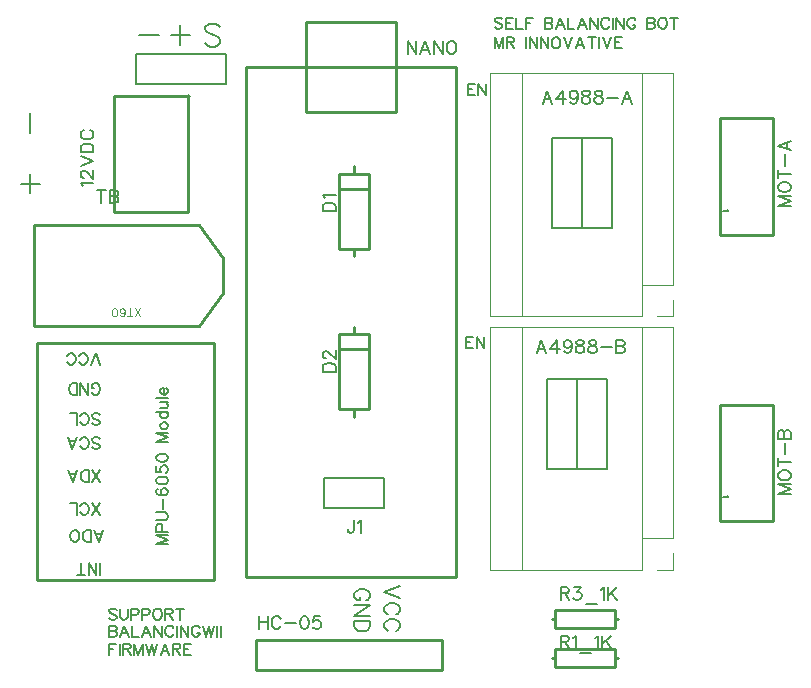
<source format=gto>
G04 Layer: TopSilkscreenLayer*
G04 EasyEDA v6.5.38, 2023-12-09 00:29:23*
G04 cc5c81a3f0414725bc0bd174f0517b54,10*
G04 Gerber Generator version 0.2*
G04 Scale: 100 percent, Rotated: No, Reflected: No *
G04 Dimensions in millimeters *
G04 leading zeros omitted , absolute positions ,4 integer and 5 decimal *
%FSLAX45Y45*%
%MOMM*%

%ADD10C,0.2032*%
%ADD11C,0.1524*%
%ADD12C,0.1000*%
%ADD13C,0.1778*%
%ADD14C,0.2540*%
%ADD15C,0.1200*%
%ADD16C,0.2030*%
%ADD17C,0.0161*%

%LPD*%
D10*
X121157Y4355337D02*
G01*
X121157Y4189221D01*
X38100Y4272279D02*
G01*
X204470Y4272279D01*
X121920Y4699000D02*
G01*
X121920Y4865370D01*
X711200Y2737865D02*
G01*
X673862Y2836163D01*
X636270Y2737865D02*
G01*
X673862Y2836163D01*
X535178Y2761234D02*
G01*
X539750Y2751836D01*
X549147Y2742437D01*
X558545Y2737865D01*
X577342Y2737865D01*
X586739Y2742437D01*
X596137Y2751836D01*
X600710Y2761234D01*
X605281Y2775204D01*
X605281Y2798571D01*
X600710Y2812795D01*
X596137Y2822194D01*
X586739Y2831337D01*
X577342Y2836163D01*
X558545Y2836163D01*
X549147Y2831337D01*
X539750Y2822194D01*
X535178Y2812795D01*
X434086Y2761234D02*
G01*
X438657Y2751836D01*
X448055Y2742437D01*
X457454Y2737865D01*
X476250Y2737865D01*
X485647Y2742437D01*
X494792Y2751836D01*
X499618Y2761234D01*
X504189Y2775204D01*
X504189Y2798571D01*
X499618Y2812795D01*
X494792Y2822194D01*
X485647Y2831337D01*
X476250Y2836163D01*
X457454Y2836163D01*
X448055Y2831337D01*
X438657Y2822194D01*
X434086Y2812795D01*
X641095Y2507234D02*
G01*
X645668Y2497836D01*
X655065Y2488437D01*
X664463Y2483865D01*
X683005Y2483865D01*
X692404Y2488437D01*
X701802Y2497836D01*
X706628Y2507234D01*
X711200Y2521204D01*
X711200Y2544571D01*
X706628Y2558795D01*
X701802Y2568194D01*
X692404Y2577337D01*
X683005Y2582163D01*
X664463Y2582163D01*
X655065Y2577337D01*
X645668Y2568194D01*
X641095Y2558795D01*
X641095Y2544571D01*
X664463Y2544571D02*
G01*
X641095Y2544571D01*
X610107Y2483865D02*
G01*
X610107Y2582163D01*
X610107Y2483865D02*
G01*
X544576Y2582163D01*
X544576Y2483865D02*
G01*
X544576Y2582163D01*
X513587Y2483865D02*
G01*
X513587Y2582163D01*
X513587Y2483865D02*
G01*
X480821Y2483865D01*
X466852Y2488437D01*
X457454Y2497836D01*
X452881Y2507234D01*
X448055Y2521204D01*
X448055Y2544571D01*
X452881Y2558795D01*
X457454Y2568194D01*
X466852Y2577337D01*
X480821Y2582163D01*
X513587Y2582163D01*
X645668Y2243836D02*
G01*
X655065Y2234437D01*
X669036Y2229865D01*
X687831Y2229865D01*
X701802Y2234437D01*
X711200Y2243836D01*
X711200Y2253234D01*
X706628Y2262631D01*
X701802Y2267204D01*
X692404Y2272029D01*
X664463Y2281428D01*
X655065Y2286000D01*
X650239Y2290571D01*
X645668Y2299970D01*
X645668Y2314194D01*
X655065Y2323337D01*
X669036Y2328163D01*
X687831Y2328163D01*
X701802Y2323337D01*
X711200Y2314194D01*
X544576Y2253234D02*
G01*
X549147Y2243836D01*
X558545Y2234437D01*
X567944Y2229865D01*
X586739Y2229865D01*
X596137Y2234437D01*
X605281Y2243836D01*
X610107Y2253234D01*
X614679Y2267204D01*
X614679Y2290571D01*
X610107Y2304795D01*
X605281Y2314194D01*
X596137Y2323337D01*
X586739Y2328163D01*
X567944Y2328163D01*
X558545Y2323337D01*
X549147Y2314194D01*
X544576Y2304795D01*
X513587Y2229865D02*
G01*
X513587Y2328163D01*
X513587Y2328163D02*
G01*
X457454Y2328163D01*
X645668Y2040636D02*
G01*
X655065Y2031237D01*
X669036Y2026665D01*
X687831Y2026665D01*
X701802Y2031237D01*
X711200Y2040636D01*
X711200Y2050034D01*
X706628Y2059431D01*
X701802Y2064004D01*
X692404Y2068829D01*
X664463Y2078228D01*
X655065Y2082800D01*
X650239Y2087371D01*
X645668Y2096770D01*
X645668Y2110994D01*
X655065Y2120137D01*
X669036Y2124963D01*
X687831Y2124963D01*
X701802Y2120137D01*
X711200Y2110994D01*
X544576Y2050034D02*
G01*
X549147Y2040636D01*
X558545Y2031237D01*
X567944Y2026665D01*
X586739Y2026665D01*
X596137Y2031237D01*
X605281Y2040636D01*
X610107Y2050034D01*
X614679Y2064004D01*
X614679Y2087371D01*
X610107Y2101595D01*
X605281Y2110994D01*
X596137Y2120137D01*
X586739Y2124963D01*
X567944Y2124963D01*
X558545Y2120137D01*
X549147Y2110994D01*
X544576Y2101595D01*
X476250Y2026665D02*
G01*
X513587Y2124963D01*
X476250Y2026665D02*
G01*
X438657Y2124963D01*
X499618Y2092197D02*
G01*
X452881Y2092197D01*
X711200Y1747265D02*
G01*
X645668Y1845563D01*
X645668Y1747265D02*
G01*
X711200Y1845563D01*
X614679Y1747265D02*
G01*
X614679Y1845563D01*
X614679Y1747265D02*
G01*
X581913Y1747265D01*
X567944Y1751837D01*
X558545Y1761236D01*
X553973Y1770634D01*
X549147Y1784604D01*
X549147Y1807971D01*
X553973Y1822195D01*
X558545Y1831594D01*
X567944Y1840737D01*
X581913Y1845563D01*
X614679Y1845563D01*
X480821Y1747265D02*
G01*
X518413Y1845563D01*
X480821Y1747265D02*
G01*
X443484Y1845563D01*
X504189Y1812797D02*
G01*
X457454Y1812797D01*
X711200Y1467865D02*
G01*
X645668Y1566163D01*
X645668Y1467865D02*
G01*
X711200Y1566163D01*
X544576Y1491234D02*
G01*
X549147Y1481836D01*
X558545Y1472437D01*
X567944Y1467865D01*
X586739Y1467865D01*
X596137Y1472437D01*
X605281Y1481836D01*
X610107Y1491234D01*
X614679Y1505204D01*
X614679Y1528571D01*
X610107Y1542795D01*
X605281Y1552194D01*
X596137Y1561337D01*
X586739Y1566163D01*
X567944Y1566163D01*
X558545Y1561337D01*
X549147Y1552194D01*
X544576Y1542795D01*
X513587Y1467865D02*
G01*
X513587Y1566163D01*
X513587Y1566163D02*
G01*
X457454Y1566163D01*
X699262Y1239265D02*
G01*
X736600Y1337563D01*
X699262Y1239265D02*
G01*
X661670Y1337563D01*
X722629Y1304797D02*
G01*
X675639Y1304797D01*
X630681Y1239265D02*
G01*
X630681Y1337563D01*
X630681Y1239265D02*
G01*
X597915Y1239265D01*
X583945Y1243837D01*
X574547Y1253236D01*
X569976Y1262634D01*
X565150Y1276604D01*
X565150Y1299971D01*
X569976Y1314195D01*
X574547Y1323594D01*
X583945Y1332737D01*
X597915Y1337563D01*
X630681Y1337563D01*
X506221Y1239265D02*
G01*
X515620Y1243837D01*
X525018Y1253236D01*
X529589Y1262634D01*
X534415Y1276604D01*
X534415Y1299971D01*
X529589Y1314195D01*
X525018Y1323594D01*
X515620Y1332737D01*
X506221Y1337563D01*
X487426Y1337563D01*
X478281Y1332737D01*
X468884Y1323594D01*
X464057Y1314195D01*
X459486Y1299971D01*
X459486Y1276604D01*
X464057Y1262634D01*
X468884Y1253236D01*
X478281Y1243837D01*
X487426Y1239265D01*
X506221Y1239265D01*
X711200Y959865D02*
G01*
X711200Y1058163D01*
X680212Y959865D02*
G01*
X680212Y1058163D01*
X680212Y959865D02*
G01*
X614679Y1058163D01*
X614679Y959865D02*
G01*
X614679Y1058163D01*
X551179Y959865D02*
G01*
X551179Y1058163D01*
X583945Y959865D02*
G01*
X518413Y959865D01*
X1188465Y1219200D02*
G01*
X1286763Y1219200D01*
X1188465Y1219200D02*
G01*
X1286763Y1256537D01*
X1188465Y1294129D02*
G01*
X1286763Y1256537D01*
X1188465Y1294129D02*
G01*
X1286763Y1294129D01*
X1188465Y1325118D02*
G01*
X1286763Y1325118D01*
X1188465Y1325118D02*
G01*
X1188465Y1367028D01*
X1193037Y1381252D01*
X1197863Y1385823D01*
X1207262Y1390650D01*
X1221231Y1390650D01*
X1230629Y1385823D01*
X1235202Y1381252D01*
X1240028Y1367028D01*
X1240028Y1325118D01*
X1188465Y1421384D02*
G01*
X1258570Y1421384D01*
X1272794Y1426210D01*
X1281937Y1435607D01*
X1286763Y1449578D01*
X1286763Y1458976D01*
X1281937Y1472945D01*
X1272794Y1482344D01*
X1258570Y1486915D01*
X1188465Y1486915D01*
X1244600Y1517904D02*
G01*
X1244600Y1602231D01*
X1202436Y1689354D02*
G01*
X1193037Y1684528D01*
X1188465Y1670557D01*
X1188465Y1661160D01*
X1193037Y1647189D01*
X1207262Y1637792D01*
X1230629Y1632965D01*
X1253997Y1632965D01*
X1272794Y1637792D01*
X1281937Y1647189D01*
X1286763Y1661160D01*
X1286763Y1665731D01*
X1281937Y1679955D01*
X1272794Y1689354D01*
X1258570Y1693926D01*
X1253997Y1693926D01*
X1240028Y1689354D01*
X1230629Y1679955D01*
X1225804Y1665731D01*
X1225804Y1661160D01*
X1230629Y1647189D01*
X1240028Y1637792D01*
X1253997Y1632965D01*
X1188465Y1752854D02*
G01*
X1193037Y1738884D01*
X1207262Y1729486D01*
X1230629Y1724913D01*
X1244600Y1724913D01*
X1267968Y1729486D01*
X1281937Y1738884D01*
X1286763Y1752854D01*
X1286763Y1762252D01*
X1281937Y1776221D01*
X1267968Y1785620D01*
X1244600Y1790445D01*
X1230629Y1790445D01*
X1207262Y1785620D01*
X1193037Y1776221D01*
X1188465Y1762252D01*
X1188465Y1752854D01*
X1188465Y1877568D02*
G01*
X1188465Y1830578D01*
X1230629Y1826005D01*
X1225804Y1830578D01*
X1221231Y1844802D01*
X1221231Y1858771D01*
X1225804Y1872742D01*
X1235202Y1882139D01*
X1249171Y1886712D01*
X1258570Y1886712D01*
X1272794Y1882139D01*
X1281937Y1872742D01*
X1286763Y1858771D01*
X1286763Y1844802D01*
X1281937Y1830578D01*
X1277365Y1826005D01*
X1267968Y1821179D01*
X1188465Y1945894D02*
G01*
X1193037Y1931670D01*
X1207262Y1922526D01*
X1230629Y1917700D01*
X1244600Y1917700D01*
X1267968Y1922526D01*
X1281937Y1931670D01*
X1286763Y1945894D01*
X1286763Y1955292D01*
X1281937Y1969262D01*
X1267968Y1978660D01*
X1244600Y1983231D01*
X1230629Y1983231D01*
X1207262Y1978660D01*
X1193037Y1969262D01*
X1188465Y1955292D01*
X1188465Y1945894D01*
X1188465Y2086355D02*
G01*
X1286763Y2086355D01*
X1188465Y2086355D02*
G01*
X1286763Y2123694D01*
X1188465Y2161286D02*
G01*
X1286763Y2123694D01*
X1188465Y2161286D02*
G01*
X1286763Y2161286D01*
X1221231Y2215387D02*
G01*
X1225804Y2206244D01*
X1235202Y2196845D01*
X1249171Y2192020D01*
X1258570Y2192020D01*
X1272794Y2196845D01*
X1281937Y2206244D01*
X1286763Y2215387D01*
X1286763Y2229612D01*
X1281937Y2239010D01*
X1272794Y2248154D01*
X1258570Y2252979D01*
X1249171Y2252979D01*
X1235202Y2248154D01*
X1225804Y2239010D01*
X1221231Y2229612D01*
X1221231Y2215387D01*
X1188465Y2340102D02*
G01*
X1286763Y2340102D01*
X1235202Y2340102D02*
G01*
X1225804Y2330704D01*
X1221231Y2321305D01*
X1221231Y2307336D01*
X1225804Y2297937D01*
X1235202Y2288539D01*
X1249171Y2283968D01*
X1258570Y2283968D01*
X1272794Y2288539D01*
X1281937Y2297937D01*
X1286763Y2307336D01*
X1286763Y2321305D01*
X1281937Y2330704D01*
X1272794Y2340102D01*
X1221231Y2370836D02*
G01*
X1267968Y2370836D01*
X1281937Y2375662D01*
X1286763Y2385060D01*
X1286763Y2399029D01*
X1281937Y2408428D01*
X1267968Y2422397D01*
X1221231Y2422397D02*
G01*
X1286763Y2422397D01*
X1188465Y2453386D02*
G01*
X1286763Y2453386D01*
X1249171Y2484120D02*
G01*
X1249171Y2540507D01*
X1240028Y2540507D01*
X1230629Y2535681D01*
X1225804Y2531110D01*
X1221231Y2521712D01*
X1221231Y2507742D01*
X1225804Y2498344D01*
X1235202Y2488945D01*
X1249171Y2484120D01*
X1258570Y2484120D01*
X1272794Y2488945D01*
X1281937Y2498344D01*
X1286763Y2507742D01*
X1286763Y2521712D01*
X1281937Y2531110D01*
X1272794Y2540507D01*
X1391157Y5613400D02*
G01*
X1391157Y5447284D01*
X1308100Y5530342D02*
G01*
X1474470Y5530342D01*
X1041400Y5529579D02*
G01*
X1207770Y5529579D01*
X1729486Y5598411D02*
G01*
X1710944Y5616953D01*
X1683257Y5626097D01*
X1646428Y5626097D01*
X1618742Y5616953D01*
X1600200Y5598411D01*
X1600200Y5580123D01*
X1609344Y5561581D01*
X1618742Y5552183D01*
X1637029Y5543039D01*
X1692655Y5524497D01*
X1710944Y5515353D01*
X1720342Y5506209D01*
X1729486Y5487667D01*
X1729486Y5459981D01*
X1710944Y5441439D01*
X1683257Y5432295D01*
X1646428Y5432295D01*
X1618742Y5441439D01*
X1600200Y5459981D01*
X4115054Y5663184D02*
G01*
X4105909Y5672328D01*
X4092193Y5676900D01*
X4073906Y5676900D01*
X4060443Y5672328D01*
X4051300Y5663184D01*
X4051300Y5654039D01*
X4055872Y5644895D01*
X4060443Y5640578D01*
X4069588Y5636005D01*
X4096765Y5626862D01*
X4105909Y5622289D01*
X4110481Y5617718D01*
X4115054Y5608573D01*
X4115054Y5595112D01*
X4105909Y5585968D01*
X4092193Y5581395D01*
X4073906Y5581395D01*
X4060443Y5585968D01*
X4051300Y5595112D01*
X4145025Y5676900D02*
G01*
X4145025Y5581395D01*
X4145025Y5676900D02*
G01*
X4203954Y5676900D01*
X4145025Y5631434D02*
G01*
X4181347Y5631434D01*
X4145025Y5581395D02*
G01*
X4203954Y5581395D01*
X4233925Y5676900D02*
G01*
X4233925Y5581395D01*
X4233925Y5581395D02*
G01*
X4288536Y5581395D01*
X4318508Y5676900D02*
G01*
X4318508Y5581395D01*
X4318508Y5676900D02*
G01*
X4377690Y5676900D01*
X4318508Y5631434D02*
G01*
X4354829Y5631434D01*
X4477765Y5676900D02*
G01*
X4477765Y5581395D01*
X4477765Y5676900D02*
G01*
X4518659Y5676900D01*
X4532122Y5672328D01*
X4536693Y5667755D01*
X4541265Y5658612D01*
X4541265Y5649468D01*
X4536693Y5640578D01*
X4532122Y5636005D01*
X4518659Y5631434D01*
X4477765Y5631434D02*
G01*
X4518659Y5631434D01*
X4532122Y5626862D01*
X4536693Y5622289D01*
X4541265Y5613145D01*
X4541265Y5599684D01*
X4536693Y5590539D01*
X4532122Y5585968D01*
X4518659Y5581395D01*
X4477765Y5581395D01*
X4607559Y5676900D02*
G01*
X4571238Y5581395D01*
X4607559Y5676900D02*
G01*
X4644136Y5581395D01*
X4584954Y5613145D02*
G01*
X4630420Y5613145D01*
X4674108Y5676900D02*
G01*
X4674108Y5581395D01*
X4674108Y5581395D02*
G01*
X4728463Y5581395D01*
X4795011Y5676900D02*
G01*
X4758690Y5581395D01*
X4795011Y5676900D02*
G01*
X4831334Y5581395D01*
X4772152Y5613145D02*
G01*
X4817618Y5613145D01*
X4861306Y5676900D02*
G01*
X4861306Y5581395D01*
X4861306Y5676900D02*
G01*
X4925059Y5581395D01*
X4925059Y5676900D02*
G01*
X4925059Y5581395D01*
X5023104Y5654039D02*
G01*
X5018531Y5663184D01*
X5009388Y5672328D01*
X5000497Y5676900D01*
X4982209Y5676900D01*
X4973065Y5672328D01*
X4963922Y5663184D01*
X4959604Y5654039D01*
X4955031Y5640578D01*
X4955031Y5617718D01*
X4959604Y5604002D01*
X4963922Y5595112D01*
X4973065Y5585968D01*
X4982209Y5581395D01*
X5000497Y5581395D01*
X5009388Y5585968D01*
X5018531Y5595112D01*
X5023104Y5604002D01*
X5053075Y5676900D02*
G01*
X5053075Y5581395D01*
X5083047Y5676900D02*
G01*
X5083047Y5581395D01*
X5083047Y5676900D02*
G01*
X5146802Y5581395D01*
X5146802Y5676900D02*
G01*
X5146802Y5581395D01*
X5244845Y5654039D02*
G01*
X5240274Y5663184D01*
X5231384Y5672328D01*
X5222240Y5676900D01*
X5203952Y5676900D01*
X5195061Y5672328D01*
X5185918Y5663184D01*
X5181345Y5654039D01*
X5176774Y5640578D01*
X5176774Y5617718D01*
X5181345Y5604002D01*
X5185918Y5595112D01*
X5195061Y5585968D01*
X5203952Y5581395D01*
X5222240Y5581395D01*
X5231384Y5585968D01*
X5240274Y5595112D01*
X5244845Y5604002D01*
X5244845Y5617718D01*
X5222240Y5617718D02*
G01*
X5244845Y5617718D01*
X5344922Y5676900D02*
G01*
X5344922Y5581395D01*
X5344922Y5676900D02*
G01*
X5385815Y5676900D01*
X5399531Y5672328D01*
X5404104Y5667755D01*
X5408675Y5658612D01*
X5408675Y5649468D01*
X5404104Y5640578D01*
X5399531Y5636005D01*
X5385815Y5631434D01*
X5344922Y5631434D02*
G01*
X5385815Y5631434D01*
X5399531Y5626862D01*
X5404104Y5622289D01*
X5408675Y5613145D01*
X5408675Y5599684D01*
X5404104Y5590539D01*
X5399531Y5585968D01*
X5385815Y5581395D01*
X5344922Y5581395D01*
X5465825Y5676900D02*
G01*
X5456681Y5672328D01*
X5447538Y5663184D01*
X5443220Y5654039D01*
X5438647Y5640578D01*
X5438647Y5617718D01*
X5443220Y5604002D01*
X5447538Y5595112D01*
X5456681Y5585968D01*
X5465825Y5581395D01*
X5484113Y5581395D01*
X5493004Y5585968D01*
X5502147Y5595112D01*
X5506720Y5604002D01*
X5511291Y5617718D01*
X5511291Y5640578D01*
X5506720Y5654039D01*
X5502147Y5663184D01*
X5493004Y5672328D01*
X5484113Y5676900D01*
X5465825Y5676900D01*
X5573013Y5676900D02*
G01*
X5573013Y5581395D01*
X5541263Y5676900D02*
G01*
X5605018Y5676900D01*
X4051300Y5511797D02*
G01*
X4051300Y5416293D01*
X4051300Y5511797D02*
G01*
X4087622Y5416293D01*
X4123943Y5511797D02*
G01*
X4087622Y5416293D01*
X4123943Y5511797D02*
G01*
X4123943Y5416293D01*
X4153915Y5511797D02*
G01*
X4153915Y5416293D01*
X4153915Y5511797D02*
G01*
X4194809Y5511797D01*
X4208525Y5507225D01*
X4213097Y5502653D01*
X4217670Y5493509D01*
X4217670Y5484365D01*
X4213097Y5475475D01*
X4208525Y5470903D01*
X4194809Y5466331D01*
X4153915Y5466331D01*
X4185920Y5466331D02*
G01*
X4217670Y5416293D01*
X4317745Y5511797D02*
G01*
X4317745Y5416293D01*
X4347718Y5511797D02*
G01*
X4347718Y5416293D01*
X4347718Y5511797D02*
G01*
X4411218Y5416293D01*
X4411218Y5511797D02*
G01*
X4411218Y5416293D01*
X4441190Y5511797D02*
G01*
X4441190Y5416293D01*
X4441190Y5511797D02*
G01*
X4504943Y5416293D01*
X4504943Y5511797D02*
G01*
X4504943Y5416293D01*
X4562093Y5511797D02*
G01*
X4553204Y5507225D01*
X4544059Y5498081D01*
X4539488Y5488937D01*
X4534915Y5475475D01*
X4534915Y5452615D01*
X4539488Y5438899D01*
X4544059Y5430009D01*
X4553204Y5420865D01*
X4562093Y5416293D01*
X4580381Y5416293D01*
X4589525Y5420865D01*
X4598670Y5430009D01*
X4603241Y5438899D01*
X4607559Y5452615D01*
X4607559Y5475475D01*
X4603241Y5488937D01*
X4598670Y5498081D01*
X4589525Y5507225D01*
X4580381Y5511797D01*
X4562093Y5511797D01*
X4637786Y5511797D02*
G01*
X4674108Y5416293D01*
X4710429Y5511797D02*
G01*
X4674108Y5416293D01*
X4776724Y5511797D02*
G01*
X4740402Y5416293D01*
X4776724Y5511797D02*
G01*
X4813045Y5416293D01*
X4754118Y5448043D02*
G01*
X4799584Y5448043D01*
X4875022Y5511797D02*
G01*
X4875022Y5416293D01*
X4843018Y5511797D02*
G01*
X4906772Y5511797D01*
X4936743Y5511797D02*
G01*
X4936743Y5416293D01*
X4966715Y5511797D02*
G01*
X5003038Y5416293D01*
X5039359Y5511797D02*
G01*
X5003038Y5416293D01*
X5069586Y5511797D02*
G01*
X5069586Y5416293D01*
X5069586Y5511797D02*
G01*
X5128513Y5511797D01*
X5069586Y5466331D02*
G01*
X5105908Y5466331D01*
X5069586Y5416293D02*
G01*
X5128513Y5416293D01*
X3822700Y5118097D02*
G01*
X3822700Y5022593D01*
X3822700Y5118097D02*
G01*
X3881881Y5118097D01*
X3822700Y5072631D02*
G01*
X3859022Y5072631D01*
X3822700Y5022593D02*
G01*
X3881881Y5022593D01*
X3911854Y5118097D02*
G01*
X3911854Y5022593D01*
X3911854Y5118097D02*
G01*
X3975354Y5022593D01*
X3975354Y5118097D02*
G01*
X3975354Y5022593D01*
X3810000Y2971797D02*
G01*
X3810000Y2876293D01*
X3810000Y2971797D02*
G01*
X3869181Y2971797D01*
X3810000Y2926331D02*
G01*
X3846322Y2926331D01*
X3810000Y2876293D02*
G01*
X3869181Y2876293D01*
X3899154Y2971797D02*
G01*
X3899154Y2876293D01*
X3899154Y2971797D02*
G01*
X3962654Y2876293D01*
X3962654Y2971797D02*
G01*
X3962654Y2876293D01*
X851154Y659384D02*
G01*
X842010Y668528D01*
X828294Y673100D01*
X810005Y673100D01*
X796544Y668528D01*
X787400Y659384D01*
X787400Y650239D01*
X791971Y641095D01*
X796544Y636778D01*
X805687Y632205D01*
X832865Y623062D01*
X842010Y618489D01*
X846581Y613918D01*
X851154Y604773D01*
X851154Y591312D01*
X842010Y582168D01*
X828294Y577595D01*
X810005Y577595D01*
X796544Y582168D01*
X787400Y591312D01*
X881126Y673100D02*
G01*
X881126Y604773D01*
X885697Y591312D01*
X894587Y582168D01*
X908304Y577595D01*
X917447Y577595D01*
X930910Y582168D01*
X940054Y591312D01*
X944626Y604773D01*
X944626Y673100D01*
X974597Y673100D02*
G01*
X974597Y577595D01*
X974597Y673100D02*
G01*
X1015492Y673100D01*
X1029207Y668528D01*
X1033779Y663955D01*
X1038352Y654812D01*
X1038352Y641095D01*
X1033779Y632205D01*
X1029207Y627634D01*
X1015492Y623062D01*
X974597Y623062D01*
X1068323Y673100D02*
G01*
X1068323Y577595D01*
X1068323Y673100D02*
G01*
X1109218Y673100D01*
X1122934Y668528D01*
X1127505Y663955D01*
X1131823Y654812D01*
X1131823Y641095D01*
X1127505Y632205D01*
X1122934Y627634D01*
X1109218Y623062D01*
X1068323Y623062D01*
X1189228Y673100D02*
G01*
X1180084Y668528D01*
X1170939Y659384D01*
X1166368Y650239D01*
X1162050Y636778D01*
X1162050Y613918D01*
X1166368Y600202D01*
X1170939Y591312D01*
X1180084Y582168D01*
X1189228Y577595D01*
X1207515Y577595D01*
X1216405Y582168D01*
X1225550Y591312D01*
X1230121Y600202D01*
X1234694Y613918D01*
X1234694Y636778D01*
X1230121Y650239D01*
X1225550Y659384D01*
X1216405Y668528D01*
X1207515Y673100D01*
X1189228Y673100D01*
X1264665Y673100D02*
G01*
X1264665Y577595D01*
X1264665Y673100D02*
G01*
X1305560Y673100D01*
X1319276Y668528D01*
X1323847Y663955D01*
X1328420Y654812D01*
X1328420Y645668D01*
X1323847Y636778D01*
X1319276Y632205D01*
X1305560Y627634D01*
X1264665Y627634D01*
X1296415Y627634D02*
G01*
X1328420Y577595D01*
X1390142Y673100D02*
G01*
X1390142Y577595D01*
X1358392Y673100D02*
G01*
X1421892Y673100D01*
X787400Y377189D02*
G01*
X787400Y281686D01*
X787400Y377189D02*
G01*
X846581Y377189D01*
X787400Y331723D02*
G01*
X823721Y331723D01*
X876554Y377189D02*
G01*
X876554Y281686D01*
X906526Y377189D02*
G01*
X906526Y281686D01*
X906526Y377189D02*
G01*
X947420Y377189D01*
X961136Y372618D01*
X965707Y368045D01*
X970026Y358902D01*
X970026Y349757D01*
X965707Y340868D01*
X961136Y336295D01*
X947420Y331723D01*
X906526Y331723D01*
X938276Y331723D02*
G01*
X970026Y281686D01*
X1000252Y377189D02*
G01*
X1000252Y281686D01*
X1000252Y377189D02*
G01*
X1036573Y281686D01*
X1072895Y377189D02*
G01*
X1036573Y281686D01*
X1072895Y377189D02*
G01*
X1072895Y281686D01*
X1102868Y377189D02*
G01*
X1125473Y281686D01*
X1148334Y377189D02*
G01*
X1125473Y281686D01*
X1148334Y377189D02*
G01*
X1170939Y281686D01*
X1193800Y377189D02*
G01*
X1170939Y281686D01*
X1260094Y377189D02*
G01*
X1223771Y281686D01*
X1260094Y377189D02*
G01*
X1296415Y281686D01*
X1237487Y313436D02*
G01*
X1282954Y313436D01*
X1326387Y377189D02*
G01*
X1326387Y281686D01*
X1326387Y377189D02*
G01*
X1367281Y377189D01*
X1380997Y372618D01*
X1385570Y368045D01*
X1390142Y358902D01*
X1390142Y349757D01*
X1385570Y340868D01*
X1380997Y336295D01*
X1367281Y331723D01*
X1326387Y331723D01*
X1358392Y331723D02*
G01*
X1390142Y281686D01*
X1420113Y377189D02*
G01*
X1420113Y281686D01*
X1420113Y377189D02*
G01*
X1479295Y377189D01*
X1420113Y331723D02*
G01*
X1456436Y331723D01*
X1420113Y281686D02*
G01*
X1479295Y281686D01*
X787400Y529589D02*
G01*
X787400Y434086D01*
X787400Y529589D02*
G01*
X828294Y529589D01*
X842010Y525018D01*
X846581Y520445D01*
X851154Y511302D01*
X851154Y502157D01*
X846581Y493268D01*
X842010Y488695D01*
X828294Y484123D01*
X787400Y484123D02*
G01*
X828294Y484123D01*
X842010Y479552D01*
X846581Y474979D01*
X851154Y465836D01*
X851154Y452373D01*
X846581Y443229D01*
X842010Y438657D01*
X828294Y434086D01*
X787400Y434086D01*
X917447Y529589D02*
G01*
X881126Y434086D01*
X917447Y529589D02*
G01*
X953770Y434086D01*
X894587Y465836D02*
G01*
X940054Y465836D01*
X983742Y529589D02*
G01*
X983742Y434086D01*
X983742Y434086D02*
G01*
X1038352Y434086D01*
X1104645Y529589D02*
G01*
X1068323Y434086D01*
X1104645Y529589D02*
G01*
X1140968Y434086D01*
X1082039Y465836D02*
G01*
X1127505Y465836D01*
X1170939Y529589D02*
G01*
X1170939Y434086D01*
X1170939Y529589D02*
G01*
X1234694Y434086D01*
X1234694Y529589D02*
G01*
X1234694Y434086D01*
X1332737Y506729D02*
G01*
X1328420Y515873D01*
X1319276Y525018D01*
X1310131Y529589D01*
X1291844Y529589D01*
X1282954Y525018D01*
X1273810Y515873D01*
X1269237Y506729D01*
X1264665Y493268D01*
X1264665Y470407D01*
X1269237Y456692D01*
X1273810Y447802D01*
X1282954Y438657D01*
X1291844Y434086D01*
X1310131Y434086D01*
X1319276Y438657D01*
X1328420Y447802D01*
X1332737Y456692D01*
X1362963Y529589D02*
G01*
X1362963Y434086D01*
X1392936Y529589D02*
G01*
X1392936Y434086D01*
X1392936Y529589D02*
G01*
X1456436Y434086D01*
X1456436Y529589D02*
G01*
X1456436Y434086D01*
X1554734Y506729D02*
G01*
X1550162Y515873D01*
X1541018Y525018D01*
X1531873Y529589D01*
X1513839Y529589D01*
X1504695Y525018D01*
X1495552Y515873D01*
X1490979Y506729D01*
X1486407Y493268D01*
X1486407Y470407D01*
X1490979Y456692D01*
X1495552Y447802D01*
X1504695Y438657D01*
X1513839Y434086D01*
X1531873Y434086D01*
X1541018Y438657D01*
X1550162Y447802D01*
X1554734Y456692D01*
X1554734Y470407D01*
X1531873Y470407D02*
G01*
X1554734Y470407D01*
X1584705Y529589D02*
G01*
X1607312Y434086D01*
X1630171Y529589D02*
G01*
X1607312Y434086D01*
X1630171Y529589D02*
G01*
X1652778Y434086D01*
X1675637Y529589D02*
G01*
X1652778Y434086D01*
X1705610Y529589D02*
G01*
X1705610Y434086D01*
X1735581Y529589D02*
G01*
X1735581Y434086D01*
D11*
X4448553Y2946400D02*
G01*
X4406897Y2837434D01*
X4448553Y2946400D02*
G01*
X4489955Y2837434D01*
X4422391Y2873755D02*
G01*
X4474461Y2873755D01*
X4576315Y2946400D02*
G01*
X4524245Y2873755D01*
X4602223Y2873755D01*
X4576315Y2946400D02*
G01*
X4576315Y2837434D01*
X4704077Y2910078D02*
G01*
X4698997Y2894584D01*
X4688583Y2884170D01*
X4672835Y2879089D01*
X4667755Y2879089D01*
X4652007Y2884170D01*
X4641847Y2894584D01*
X4636513Y2910078D01*
X4636513Y2915412D01*
X4641847Y2930905D01*
X4652007Y2941320D01*
X4667755Y2946400D01*
X4672835Y2946400D01*
X4688583Y2941320D01*
X4698997Y2930905D01*
X4704077Y2910078D01*
X4704077Y2884170D01*
X4698997Y2858262D01*
X4688583Y2842513D01*
X4672835Y2837434D01*
X4662421Y2837434D01*
X4646927Y2842513D01*
X4641847Y2852928D01*
X4764275Y2946400D02*
G01*
X4748781Y2941320D01*
X4743447Y2930905D01*
X4743447Y2920492D01*
X4748781Y2910078D01*
X4759195Y2904997D01*
X4780023Y2899663D01*
X4795517Y2894584D01*
X4805931Y2884170D01*
X4811011Y2873755D01*
X4811011Y2858262D01*
X4805931Y2847847D01*
X4800597Y2842513D01*
X4785103Y2837434D01*
X4764275Y2837434D01*
X4748781Y2842513D01*
X4743447Y2847847D01*
X4738367Y2858262D01*
X4738367Y2873755D01*
X4743447Y2884170D01*
X4753861Y2894584D01*
X4769609Y2899663D01*
X4790437Y2904997D01*
X4800597Y2910078D01*
X4805931Y2920492D01*
X4805931Y2930905D01*
X4800597Y2941320D01*
X4785103Y2946400D01*
X4764275Y2946400D01*
X4871463Y2946400D02*
G01*
X4855715Y2941320D01*
X4850635Y2930905D01*
X4850635Y2920492D01*
X4855715Y2910078D01*
X4866129Y2904997D01*
X4886957Y2899663D01*
X4902451Y2894584D01*
X4912865Y2884170D01*
X4918199Y2873755D01*
X4918199Y2858262D01*
X4912865Y2847847D01*
X4907785Y2842513D01*
X4892037Y2837434D01*
X4871463Y2837434D01*
X4855715Y2842513D01*
X4850635Y2847847D01*
X4845301Y2858262D01*
X4845301Y2873755D01*
X4850635Y2884170D01*
X4861049Y2894584D01*
X4876543Y2899663D01*
X4897371Y2904997D01*
X4907785Y2910078D01*
X4912865Y2920492D01*
X4912865Y2930905D01*
X4907785Y2941320D01*
X4892037Y2946400D01*
X4871463Y2946400D01*
X4952489Y2884170D02*
G01*
X5045961Y2884170D01*
X5080251Y2946400D02*
G01*
X5080251Y2837434D01*
X5080251Y2946400D02*
G01*
X5126987Y2946400D01*
X5142481Y2941320D01*
X5147815Y2936239D01*
X5152895Y2925826D01*
X5152895Y2915412D01*
X5147815Y2904997D01*
X5142481Y2899663D01*
X5126987Y2894584D01*
X5080251Y2894584D02*
G01*
X5126987Y2894584D01*
X5142481Y2889250D01*
X5147815Y2884170D01*
X5152895Y2873755D01*
X5152895Y2858262D01*
X5147815Y2847847D01*
X5142481Y2842513D01*
X5126987Y2837434D01*
X5080251Y2837434D01*
X4499356Y5058412D02*
G01*
X4457700Y4949446D01*
X4499356Y5058412D02*
G01*
X4540758Y4949446D01*
X4473193Y4985768D02*
G01*
X4525263Y4985768D01*
X4627118Y5058412D02*
G01*
X4575047Y4985768D01*
X4653025Y4985768D01*
X4627118Y5058412D02*
G01*
X4627118Y4949446D01*
X4754879Y5022090D02*
G01*
X4749800Y5006596D01*
X4739386Y4996182D01*
X4723638Y4991102D01*
X4718558Y4991102D01*
X4702809Y4996182D01*
X4692650Y5006596D01*
X4687315Y5022090D01*
X4687315Y5027424D01*
X4692650Y5042918D01*
X4702809Y5053332D01*
X4718558Y5058412D01*
X4723638Y5058412D01*
X4739386Y5053332D01*
X4749800Y5042918D01*
X4754879Y5022090D01*
X4754879Y4996182D01*
X4749800Y4970274D01*
X4739386Y4954526D01*
X4723638Y4949446D01*
X4713224Y4949446D01*
X4697729Y4954526D01*
X4692650Y4964940D01*
X4815077Y5058412D02*
G01*
X4799584Y5053332D01*
X4794250Y5042918D01*
X4794250Y5032504D01*
X4799584Y5022090D01*
X4809997Y5017010D01*
X4830825Y5011676D01*
X4846320Y5006596D01*
X4856734Y4996182D01*
X4861813Y4985768D01*
X4861813Y4970274D01*
X4856734Y4959860D01*
X4851400Y4954526D01*
X4835906Y4949446D01*
X4815077Y4949446D01*
X4799584Y4954526D01*
X4794250Y4959860D01*
X4789170Y4970274D01*
X4789170Y4985768D01*
X4794250Y4996182D01*
X4804663Y5006596D01*
X4820411Y5011676D01*
X4841240Y5017010D01*
X4851400Y5022090D01*
X4856734Y5032504D01*
X4856734Y5042918D01*
X4851400Y5053332D01*
X4835906Y5058412D01*
X4815077Y5058412D01*
X4922265Y5058412D02*
G01*
X4906518Y5053332D01*
X4901438Y5042918D01*
X4901438Y5032504D01*
X4906518Y5022090D01*
X4916931Y5017010D01*
X4937759Y5011676D01*
X4953254Y5006596D01*
X4963668Y4996182D01*
X4969002Y4985768D01*
X4969002Y4970274D01*
X4963668Y4959860D01*
X4958588Y4954526D01*
X4942840Y4949446D01*
X4922265Y4949446D01*
X4906518Y4954526D01*
X4901438Y4959860D01*
X4896104Y4970274D01*
X4896104Y4985768D01*
X4901438Y4996182D01*
X4911852Y5006596D01*
X4927345Y5011676D01*
X4948174Y5017010D01*
X4958588Y5022090D01*
X4963668Y5032504D01*
X4963668Y5042918D01*
X4958588Y5053332D01*
X4942840Y5058412D01*
X4922265Y5058412D01*
X5003291Y4996182D02*
G01*
X5096763Y4996182D01*
X5172709Y5058412D02*
G01*
X5131054Y4949446D01*
X5172709Y5058412D02*
G01*
X5214111Y4949446D01*
X5146547Y4985768D02*
G01*
X5198618Y4985768D01*
X6451605Y1642107D02*
G01*
X6560571Y1642107D01*
X6451605Y1642107D02*
G01*
X6560571Y1683763D01*
X6451605Y1725165D02*
G01*
X6560571Y1683763D01*
X6451605Y1725165D02*
G01*
X6560571Y1725165D01*
X6451605Y1790697D02*
G01*
X6456685Y1780283D01*
X6467099Y1769869D01*
X6477513Y1764789D01*
X6493007Y1759455D01*
X6518915Y1759455D01*
X6534663Y1764789D01*
X6545077Y1769869D01*
X6555491Y1780283D01*
X6560571Y1790697D01*
X6560571Y1811525D01*
X6555491Y1821939D01*
X6545077Y1832353D01*
X6534663Y1837433D01*
X6518915Y1842767D01*
X6493007Y1842767D01*
X6477513Y1837433D01*
X6467099Y1832353D01*
X6456685Y1821939D01*
X6451605Y1811525D01*
X6451605Y1790697D01*
X6451605Y1913379D02*
G01*
X6560571Y1913379D01*
X6451605Y1877057D02*
G01*
X6451605Y1949701D01*
X6513835Y1983991D02*
G01*
X6513835Y2077463D01*
X6451605Y2111753D02*
G01*
X6560571Y2111753D01*
X6451605Y2111753D02*
G01*
X6451605Y2158489D01*
X6456685Y2174237D01*
X6461765Y2179317D01*
X6472179Y2184397D01*
X6482593Y2184397D01*
X6493007Y2179317D01*
X6498341Y2174237D01*
X6503421Y2158489D01*
X6503421Y2111753D02*
G01*
X6503421Y2158489D01*
X6508755Y2174237D01*
X6513835Y2179317D01*
X6524249Y2184397D01*
X6539743Y2184397D01*
X6550157Y2179317D01*
X6555491Y2174237D01*
X6560571Y2158489D01*
X6560571Y2111753D01*
X6023102Y1625600D02*
G01*
X6025388Y1621028D01*
X6032245Y1614170D01*
X5983731Y1614170D01*
X6451602Y4082795D02*
G01*
X6560568Y4082795D01*
X6451602Y4082795D02*
G01*
X6560568Y4124452D01*
X6451602Y4165854D02*
G01*
X6560568Y4124452D01*
X6451602Y4165854D02*
G01*
X6560568Y4165854D01*
X6451602Y4231386D02*
G01*
X6456682Y4220971D01*
X6467096Y4210557D01*
X6477510Y4205478D01*
X6493004Y4200144D01*
X6518912Y4200144D01*
X6534660Y4205478D01*
X6545074Y4210557D01*
X6555488Y4220971D01*
X6560568Y4231386D01*
X6560568Y4252213D01*
X6555488Y4262628D01*
X6545074Y4273042D01*
X6534660Y4278121D01*
X6518912Y4283455D01*
X6493004Y4283455D01*
X6477510Y4278121D01*
X6467096Y4273042D01*
X6456682Y4262628D01*
X6451602Y4252213D01*
X6451602Y4231386D01*
X6451602Y4354068D02*
G01*
X6560568Y4354068D01*
X6451602Y4317745D02*
G01*
X6451602Y4390389D01*
X6513832Y4424679D02*
G01*
X6513832Y4518152D01*
X6451602Y4594097D02*
G01*
X6560568Y4552442D01*
X6451602Y4594097D02*
G01*
X6560568Y4635500D01*
X6524246Y4567936D02*
G01*
X6524246Y4620005D01*
X6023102Y4051300D02*
G01*
X6025388Y4046728D01*
X6032245Y4039870D01*
X5983731Y4039870D01*
X2596134Y4038600D02*
G01*
X2705100Y4038600D01*
X2596134Y4038600D02*
G01*
X2596134Y4074921D01*
X2601213Y4090670D01*
X2611627Y4100829D01*
X2622041Y4106163D01*
X2637536Y4111244D01*
X2663443Y4111244D01*
X2679191Y4106163D01*
X2689606Y4100829D01*
X2700020Y4090670D01*
X2705100Y4074921D01*
X2705100Y4038600D01*
X2616708Y4145534D02*
G01*
X2611627Y4155947D01*
X2596134Y4171695D01*
X2705100Y4171695D01*
X2858770Y1422400D02*
G01*
X2858770Y1339342D01*
X2853436Y1323847D01*
X2848356Y1318513D01*
X2837941Y1313434D01*
X2827527Y1313434D01*
X2817113Y1318513D01*
X2811779Y1323847D01*
X2806700Y1339342D01*
X2806700Y1349755D01*
X2893059Y1401826D02*
G01*
X2903220Y1406905D01*
X2918968Y1422400D01*
X2918968Y1313434D01*
X2596134Y2679700D02*
G01*
X2705100Y2679700D01*
X2596134Y2679700D02*
G01*
X2596134Y2716021D01*
X2601213Y2731770D01*
X2611627Y2741929D01*
X2622041Y2747263D01*
X2637536Y2752344D01*
X2663443Y2752344D01*
X2679191Y2747263D01*
X2689606Y2741929D01*
X2700020Y2731770D01*
X2705100Y2716021D01*
X2705100Y2679700D01*
X2622041Y2791968D02*
G01*
X2616708Y2791968D01*
X2606293Y2797047D01*
X2601213Y2802381D01*
X2596134Y2812795D01*
X2596134Y2833370D01*
X2601213Y2843784D01*
X2606293Y2849118D01*
X2616708Y2854197D01*
X2627122Y2854197D01*
X2637536Y2849118D01*
X2653284Y2838704D01*
X2705100Y2786634D01*
X2705100Y2859531D01*
X2057402Y609597D02*
G01*
X2057402Y500631D01*
X2130046Y609597D02*
G01*
X2130046Y500631D01*
X2057402Y557781D02*
G01*
X2130046Y557781D01*
X2242314Y583689D02*
G01*
X2237234Y594103D01*
X2226820Y604517D01*
X2216406Y609597D01*
X2195578Y609597D01*
X2185164Y604517D01*
X2174750Y594103D01*
X2169670Y583689D01*
X2164336Y568195D01*
X2164336Y542287D01*
X2169670Y526539D01*
X2174750Y516125D01*
X2185164Y505711D01*
X2195578Y500631D01*
X2216406Y500631D01*
X2226820Y505711D01*
X2237234Y516125D01*
X2242314Y526539D01*
X2276604Y547367D02*
G01*
X2370076Y547367D01*
X2435608Y609597D02*
G01*
X2420114Y604517D01*
X2409700Y589023D01*
X2404366Y562861D01*
X2404366Y547367D01*
X2409700Y521459D01*
X2420114Y505711D01*
X2435608Y500631D01*
X2446022Y500631D01*
X2461516Y505711D01*
X2471930Y521459D01*
X2477264Y547367D01*
X2477264Y562861D01*
X2471930Y589023D01*
X2461516Y604517D01*
X2446022Y609597D01*
X2435608Y609597D01*
X2573784Y609597D02*
G01*
X2521968Y609597D01*
X2516634Y562861D01*
X2521968Y568195D01*
X2537462Y573275D01*
X2552956Y573275D01*
X2568704Y568195D01*
X2579118Y557781D01*
X2584198Y542287D01*
X2584198Y531873D01*
X2579118Y516125D01*
X2568704Y505711D01*
X2552956Y500631D01*
X2537462Y500631D01*
X2521968Y505711D01*
X2516634Y511045D01*
X2511554Y521459D01*
X3251200Y863600D02*
G01*
X3117850Y812800D01*
X3251200Y762000D02*
G01*
X3117850Y812800D01*
X3219450Y624839D02*
G01*
X3232150Y631189D01*
X3244850Y643889D01*
X3251200Y656589D01*
X3251200Y681989D01*
X3244850Y694689D01*
X3232150Y707389D01*
X3219450Y713739D01*
X3200400Y720089D01*
X3168650Y720089D01*
X3149600Y713739D01*
X3136900Y707389D01*
X3124200Y694689D01*
X3117850Y681989D01*
X3117850Y656589D01*
X3124200Y643889D01*
X3136900Y631189D01*
X3149600Y624839D01*
X3219450Y487679D02*
G01*
X3232150Y494029D01*
X3244850Y506729D01*
X3251200Y519429D01*
X3251200Y544829D01*
X3244850Y557529D01*
X3232150Y570229D01*
X3219450Y576579D01*
X3200400Y582929D01*
X3168650Y582929D01*
X3149600Y576579D01*
X3136900Y570229D01*
X3124200Y557529D01*
X3117850Y544829D01*
X3117850Y519429D01*
X3124200Y506729D01*
X3136900Y494029D01*
X3149600Y487679D01*
X2965450Y742950D02*
G01*
X2978150Y749300D01*
X2990850Y762000D01*
X2997200Y774700D01*
X2997200Y800100D01*
X2990850Y812800D01*
X2978150Y825500D01*
X2965450Y831850D01*
X2946400Y838200D01*
X2914650Y838200D01*
X2895600Y831850D01*
X2882900Y825500D01*
X2870200Y812800D01*
X2863850Y800100D01*
X2863850Y774700D01*
X2870200Y762000D01*
X2882900Y749300D01*
X2895600Y742950D01*
X2914650Y742950D01*
X2914650Y774700D02*
G01*
X2914650Y742950D01*
X2997200Y701039D02*
G01*
X2863850Y701039D01*
X2997200Y701039D02*
G01*
X2863850Y612139D01*
X2997200Y612139D02*
G01*
X2863850Y612139D01*
X2997200Y570229D02*
G01*
X2863850Y570229D01*
X2997200Y570229D02*
G01*
X2997200Y525779D01*
X2990850Y506729D01*
X2978150Y494029D01*
X2965450Y487679D01*
X2946400Y481329D01*
X2914650Y481329D01*
X2895600Y487679D01*
X2882900Y494029D01*
X2870200Y506729D01*
X2863850Y525779D01*
X2863850Y570229D01*
X4610100Y444502D02*
G01*
X4610100Y335536D01*
X4610100Y444502D02*
G01*
X4656836Y444502D01*
X4672329Y439422D01*
X4677663Y434342D01*
X4682743Y423928D01*
X4682743Y413514D01*
X4677663Y403100D01*
X4672329Y397766D01*
X4656836Y392686D01*
X4610100Y392686D01*
X4646422Y392686D02*
G01*
X4682743Y335536D01*
X4717034Y423928D02*
G01*
X4727447Y429008D01*
X4743195Y444502D01*
X4743195Y335536D01*
X4777486Y299214D02*
G01*
X4870958Y299214D01*
X4905247Y423928D02*
G01*
X4915661Y429008D01*
X4931156Y444502D01*
X4931156Y335536D01*
X4965445Y444502D02*
G01*
X4965445Y335536D01*
X5038090Y444502D02*
G01*
X4965445Y371858D01*
X4991354Y397766D02*
G01*
X5038090Y335536D01*
X4610100Y854707D02*
G01*
X4610100Y745741D01*
X4610100Y854707D02*
G01*
X4656836Y854707D01*
X4672329Y849627D01*
X4677663Y844547D01*
X4682743Y834133D01*
X4682743Y823719D01*
X4677663Y813305D01*
X4672329Y807971D01*
X4656836Y802891D01*
X4610100Y802891D01*
X4646422Y802891D02*
G01*
X4682743Y745741D01*
X4727447Y854707D02*
G01*
X4784597Y854707D01*
X4753609Y813305D01*
X4769104Y813305D01*
X4779518Y807971D01*
X4784597Y802891D01*
X4789931Y787397D01*
X4789931Y776983D01*
X4784597Y761235D01*
X4774184Y750821D01*
X4758690Y745741D01*
X4743195Y745741D01*
X4727447Y750821D01*
X4722368Y756155D01*
X4717034Y766569D01*
X4824222Y709419D02*
G01*
X4917693Y709419D01*
X4951984Y834133D02*
G01*
X4962397Y839213D01*
X4977891Y854707D01*
X4977891Y745741D01*
X5012181Y854707D02*
G01*
X5012181Y745741D01*
X5085079Y854707D02*
G01*
X5012181Y782063D01*
X5038090Y807971D02*
G01*
X5085079Y745741D01*
X722376Y4217415D02*
G01*
X722376Y4108450D01*
X686054Y4217415D02*
G01*
X758952Y4217415D01*
X793242Y4217415D02*
G01*
X793242Y4108450D01*
X793242Y4217415D02*
G01*
X839978Y4217415D01*
X855471Y4212336D01*
X860552Y4207255D01*
X865886Y4196842D01*
X865886Y4186428D01*
X860552Y4176013D01*
X855471Y4170679D01*
X839978Y4165600D01*
X793242Y4165600D02*
G01*
X839978Y4165600D01*
X855471Y4160265D01*
X860552Y4155186D01*
X865886Y4144771D01*
X865886Y4129278D01*
X860552Y4118863D01*
X855471Y4113529D01*
X839978Y4108450D01*
X793242Y4108450D01*
D12*
X1050800Y3149600D02*
G01*
X1006350Y3216402D01*
X1006350Y3149600D02*
G01*
X1050800Y3216402D01*
X962916Y3149600D02*
G01*
X962916Y3216402D01*
X985268Y3149600D02*
G01*
X940818Y3149600D01*
X881636Y3158997D02*
G01*
X884684Y3152647D01*
X894336Y3149600D01*
X900686Y3149600D01*
X910084Y3152647D01*
X916434Y3162300D01*
X919736Y3178047D01*
X919736Y3194050D01*
X916434Y3206750D01*
X910084Y3213100D01*
X900686Y3216402D01*
X897384Y3216402D01*
X887986Y3213100D01*
X881636Y3206750D01*
X878334Y3197352D01*
X878334Y3194050D01*
X881636Y3184397D01*
X887986Y3178047D01*
X897384Y3175000D01*
X900686Y3175000D01*
X910084Y3178047D01*
X916434Y3184397D01*
X919736Y3194050D01*
X838202Y3149600D02*
G01*
X847854Y3152647D01*
X854204Y3162300D01*
X857252Y3178047D01*
X857252Y3187700D01*
X854204Y3203702D01*
X847854Y3213100D01*
X838202Y3216402D01*
X831852Y3216402D01*
X822454Y3213100D01*
X816104Y3203702D01*
X812802Y3187700D01*
X812802Y3178047D01*
X816104Y3162300D01*
X822454Y3152647D01*
X831852Y3149600D01*
X838202Y3149600D01*
D11*
X566673Y4253484D02*
G01*
X561594Y4263897D01*
X546100Y4279392D01*
X655065Y4279392D01*
X572007Y4319015D02*
G01*
X566673Y4319015D01*
X556260Y4324095D01*
X551179Y4329429D01*
X546100Y4339844D01*
X546100Y4360418D01*
X551179Y4370831D01*
X556260Y4376165D01*
X566673Y4381245D01*
X577087Y4381245D01*
X587502Y4376165D01*
X603250Y4365752D01*
X655065Y4313681D01*
X655065Y4386579D01*
X546100Y4420870D02*
G01*
X655065Y4462271D01*
X546100Y4503928D02*
G01*
X655065Y4462271D01*
X546100Y4538218D02*
G01*
X655065Y4538218D01*
X546100Y4538218D02*
G01*
X546100Y4574539D01*
X551179Y4590034D01*
X561594Y4600447D01*
X572007Y4605781D01*
X587502Y4610862D01*
X613410Y4610862D01*
X629157Y4605781D01*
X639571Y4600447D01*
X649986Y4590034D01*
X655065Y4574539D01*
X655065Y4538218D01*
X572007Y4723129D02*
G01*
X561594Y4718050D01*
X551179Y4707636D01*
X546100Y4697221D01*
X546100Y4676394D01*
X551179Y4665979D01*
X561594Y4655565D01*
X572007Y4650486D01*
X587502Y4645152D01*
X613410Y4645152D01*
X629157Y4650486D01*
X639571Y4655565D01*
X649986Y4665979D01*
X655065Y4676394D01*
X655065Y4697221D01*
X649986Y4707636D01*
X639571Y4718050D01*
X629157Y4723129D01*
D13*
X3314700Y5477510D02*
G01*
X3314700Y5368544D01*
X3314700Y5477510D02*
G01*
X3387343Y5368544D01*
X3387343Y5477510D02*
G01*
X3387343Y5368544D01*
X3463290Y5477510D02*
G01*
X3421634Y5368544D01*
X3463290Y5477510D02*
G01*
X3504945Y5368544D01*
X3437381Y5404865D02*
G01*
X3489197Y5404865D01*
X3539236Y5477510D02*
G01*
X3539236Y5368544D01*
X3539236Y5477510D02*
G01*
X3611879Y5368544D01*
X3611879Y5477510D02*
G01*
X3611879Y5368544D01*
X3677411Y5477510D02*
G01*
X3666997Y5472429D01*
X3656584Y5462015D01*
X3651250Y5451602D01*
X3646170Y5436107D01*
X3646170Y5410200D01*
X3651250Y5394452D01*
X3656584Y5384037D01*
X3666997Y5373623D01*
X3677411Y5368544D01*
X3698240Y5368544D01*
X3708400Y5373623D01*
X3718813Y5384037D01*
X3724147Y5394452D01*
X3729227Y5410200D01*
X3729227Y5436107D01*
X3724147Y5451602D01*
X3718813Y5462015D01*
X3708400Y5472429D01*
X3698240Y5477510D01*
X3677411Y5477510D01*
D14*
X1677796Y914400D02*
G01*
X177800Y914400D01*
X1676400Y914400D02*
G01*
X1676400Y2914395D01*
X177800Y914400D02*
G01*
X177800Y2914395D01*
X1676527Y2921000D02*
G01*
X176529Y2921000D01*
D15*
X4279900Y1003045D02*
G01*
X4279900Y3060954D01*
X5295900Y1270000D02*
G01*
X5562854Y1270000D01*
X5562854Y3060954D01*
X4012945Y3060954D01*
X4012945Y1003045D01*
X5295900Y1003045D01*
X5295900Y1270000D01*
X5295900Y3060954D01*
X5422900Y1003045D02*
G01*
X5562854Y1003045D01*
X5562854Y1143000D01*
X4279900Y3149345D02*
G01*
X4279900Y5207254D01*
X5295900Y3416300D02*
G01*
X5562854Y3416300D01*
X5562854Y5207254D01*
X4012945Y5207254D01*
X4012945Y3149345D01*
X5295900Y3149345D01*
X5295900Y3416300D01*
X5295900Y5207254D01*
X5422900Y3149345D02*
G01*
X5562854Y3149345D01*
X5562854Y3289300D01*
D14*
X6405879Y2400300D02*
G01*
X6405879Y1414779D01*
X6405879Y1414779D02*
G01*
X5956300Y1414779D01*
X5956300Y1414779D02*
G01*
X5956300Y2400300D01*
X5956300Y2400300D02*
G01*
X6405879Y2400300D01*
X6405879Y4826000D02*
G01*
X6405879Y3840479D01*
X6405879Y3840479D02*
G01*
X5956300Y3840479D01*
X5956300Y3840479D02*
G01*
X5956300Y4826000D01*
X5956300Y4826000D02*
G01*
X6405879Y4826000D01*
X2730500Y4356100D02*
G01*
X2730500Y4229100D01*
X2730500Y4229100D02*
G01*
X2730500Y3721100D01*
X2730500Y3721100D02*
G01*
X2857500Y3721100D01*
X2857500Y3721100D02*
G01*
X2984500Y3721100D01*
X2984500Y3721100D02*
G01*
X2984500Y4229100D01*
X2984500Y4229100D02*
G01*
X2984500Y4356100D01*
X2984500Y4356100D02*
G01*
X2857500Y4356100D01*
X2857500Y4356100D02*
G01*
X2730500Y4356100D01*
X2730500Y4229100D02*
G01*
X2984500Y4229100D01*
X2857500Y3721100D02*
G01*
X2857500Y3657600D01*
X2857500Y4356100D02*
G01*
X2857500Y4419600D01*
D10*
X4749800Y2425700D02*
G01*
X4749800Y2616200D01*
X4495800Y2616200D01*
X4495800Y1854200D01*
X4749800Y1854200D01*
D16*
X4749800Y1854200D02*
G01*
X4749800Y2425700D01*
D10*
X4787900Y4470400D02*
G01*
X4787900Y4660900D01*
X4533900Y4660900D01*
X4533900Y3898900D01*
X4787900Y3898900D01*
D16*
X4787900Y3898900D02*
G01*
X4787900Y4470400D01*
D10*
X5041900Y4470400D02*
G01*
X5041900Y4660900D01*
X4787900Y4660900D01*
X4787900Y3898900D01*
X5041900Y3898900D01*
D16*
X5041900Y3898900D02*
G01*
X5041900Y4470400D01*
D10*
X4749800Y2044700D02*
G01*
X4749800Y1854200D01*
X5003800Y1854200D01*
X5003800Y2616200D01*
X4749800Y2616200D01*
D16*
X4749800Y2616200D02*
G01*
X4749800Y2044700D01*
D10*
X3111500Y1778000D02*
G01*
X3111500Y1526539D01*
X2603500Y1526539D01*
X2603500Y1778000D01*
X3111500Y1778000D01*
D14*
X2730500Y2997200D02*
G01*
X2730500Y2870200D01*
X2730500Y2870200D02*
G01*
X2730500Y2362200D01*
X2730500Y2362200D02*
G01*
X2857500Y2362200D01*
X2857500Y2362200D02*
G01*
X2984500Y2362200D01*
X2984500Y2362200D02*
G01*
X2984500Y2870200D01*
X2984500Y2870200D02*
G01*
X2984500Y2997200D01*
X2984500Y2997200D02*
G01*
X2857500Y2997200D01*
X2857500Y2997200D02*
G01*
X2730500Y2997200D01*
X2730500Y2870200D02*
G01*
X2984500Y2870200D01*
X2857500Y2362200D02*
G01*
X2857500Y2298700D01*
X2857500Y2997200D02*
G01*
X2857500Y3060700D01*
X3581400Y152400D02*
G01*
X2032000Y152400D01*
X2032000Y406400D01*
X3606800Y406400D01*
X3606800Y152400D01*
X3581400Y152400D01*
X4565650Y330200D02*
G01*
X5073650Y330200D01*
X5073650Y330200D02*
G01*
X5073650Y254000D01*
X5073650Y254000D02*
G01*
X5073650Y177800D01*
X5073650Y177800D02*
G01*
X4565650Y177800D01*
X4565650Y177800D02*
G01*
X4565650Y254000D01*
X4565650Y254000D02*
G01*
X4565650Y330200D01*
X5073650Y254000D02*
G01*
X5099050Y254000D01*
X4565650Y254000D02*
G01*
X4540250Y254000D01*
X4565650Y660400D02*
G01*
X5073650Y660400D01*
X5073650Y660400D02*
G01*
X5073650Y584200D01*
X5073650Y584200D02*
G01*
X5073650Y508000D01*
X5073650Y508000D02*
G01*
X4565650Y508000D01*
X4565650Y508000D02*
G01*
X4565650Y584200D01*
X4565650Y584200D02*
G01*
X4565650Y660400D01*
X5073650Y584200D02*
G01*
X5099050Y584200D01*
X4565650Y584200D02*
G01*
X4540250Y584200D01*
X1552498Y3062503D02*
G01*
X152501Y3062503D01*
X152501Y3062503D02*
G01*
X152501Y3922496D01*
X152501Y3922496D02*
G01*
X1552498Y3922496D01*
X1552498Y3922496D02*
G01*
X1752498Y3642512D01*
X1752498Y3642512D02*
G01*
X1752498Y3342512D01*
X1552498Y3062503D02*
G01*
X1752498Y3342512D01*
X1459229Y4033502D02*
G01*
X1459229Y5017515D01*
X829055Y4033502D02*
G01*
X829055Y5016500D01*
X1460797Y5015801D02*
G01*
X834687Y5015801D01*
X835660Y5016271D01*
X1457452Y4033502D02*
G01*
X826262Y4033502D01*
D10*
X1206500Y5372100D02*
G01*
X1016000Y5372100D01*
X1016000Y5118100D01*
X1778000Y5118100D01*
X1778000Y5372100D01*
D16*
X1778000Y5372100D02*
G01*
X1206500Y5372100D01*
D14*
X3721100Y5255895D02*
G01*
X1943100Y5255895D01*
X1943100Y5255895D02*
G01*
X1943100Y937895D01*
X1943100Y937895D02*
G01*
X3721100Y937895D01*
X3721100Y937895D02*
G01*
X3721100Y5255895D01*
X3213100Y4874895D02*
G01*
X3213100Y5636895D01*
X2451100Y5636895D01*
X2451100Y4874895D01*
X3213100Y4874895D01*
M02*

</source>
